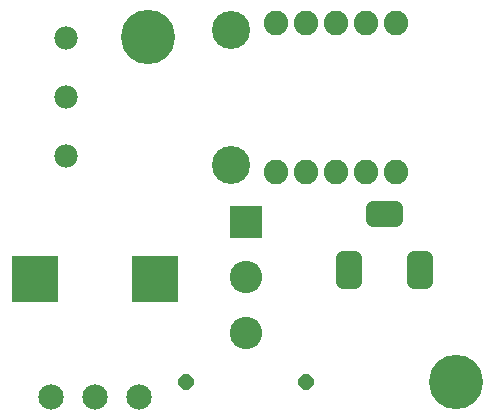
<source format=gbr>
G04 EAGLE Gerber RS-274X export*
G75*
%MOMM*%
%FSLAX34Y34*%
%LPD*%
%INSoldermask Bottom*%
%IPPOS*%
%AMOC8*
5,1,8,0,0,1.08239X$1,22.5*%
G01*
%ADD10C,2.082800*%
%ADD11C,3.232400*%
%ADD12C,2.152400*%
%ADD13R,3.968400X3.968400*%
%ADD14R,2.742400X2.742400*%
%ADD15C,2.742400*%
%ADD16C,1.972400*%
%ADD17C,1.162294*%
%ADD18C,4.597400*%
%ADD19P,1.396628X8X22.500000*%


D10*
X342900Y342646D03*
X317500Y342646D03*
X292100Y342646D03*
X266700Y342646D03*
X241300Y342646D03*
X241300Y215900D03*
X266700Y215900D03*
X292100Y215900D03*
X317500Y215900D03*
X342900Y215900D03*
D11*
X203200Y336550D03*
X203200Y222250D03*
D12*
X50800Y25400D03*
X125730Y25400D03*
X88265Y25400D03*
D13*
X138811Y125222D03*
X37719Y125222D03*
D14*
X215900Y174000D03*
D15*
X215900Y127000D03*
X215900Y80000D03*
D16*
X63500Y229400D03*
X63500Y279400D03*
X63500Y329400D03*
D17*
X308251Y143301D02*
X308251Y123399D01*
X298349Y123399D01*
X298349Y143301D01*
X308251Y143301D01*
X308251Y134441D02*
X298349Y134441D01*
X368251Y143301D02*
X368251Y123399D01*
X358349Y123399D01*
X358349Y143301D01*
X368251Y143301D01*
X368251Y134441D02*
X358349Y134441D01*
X343251Y175399D02*
X323349Y175399D01*
X323349Y185301D01*
X343251Y185301D01*
X343251Y175399D01*
D18*
X133350Y330200D03*
X393700Y38100D03*
D19*
X165100Y38100D03*
X266700Y38100D03*
M02*

</source>
